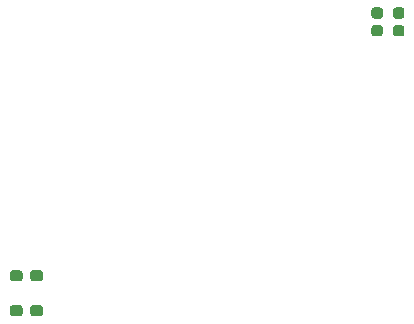
<source format=gbr>
%TF.GenerationSoftware,KiCad,Pcbnew,(5.1.12)-1*%
%TF.CreationDate,2023-08-18T20:52:49-06:00*%
%TF.ProjectId,X,582e6b69-6361-4645-9f70-636258585858,rev?*%
%TF.SameCoordinates,Original*%
%TF.FileFunction,Paste,Bot*%
%TF.FilePolarity,Positive*%
%FSLAX46Y46*%
G04 Gerber Fmt 4.6, Leading zero omitted, Abs format (unit mm)*
G04 Created by KiCad (PCBNEW (5.1.12)-1) date 2023-08-18 20:52:49*
%MOMM*%
%LPD*%
G01*
G04 APERTURE LIST*
G04 APERTURE END LIST*
%TO.C,C3*%
G36*
G01*
X122905400Y-121497100D02*
X122905400Y-121022100D01*
G75*
G02*
X123142900Y-120784600I237500J0D01*
G01*
X123742900Y-120784600D01*
G75*
G02*
X123980400Y-121022100I0J-237500D01*
G01*
X123980400Y-121497100D01*
G75*
G02*
X123742900Y-121734600I-237500J0D01*
G01*
X123142900Y-121734600D01*
G75*
G02*
X122905400Y-121497100I0J237500D01*
G01*
G37*
G36*
G01*
X121180400Y-121497100D02*
X121180400Y-121022100D01*
G75*
G02*
X121417900Y-120784600I237500J0D01*
G01*
X122017900Y-120784600D01*
G75*
G02*
X122255400Y-121022100I0J-237500D01*
G01*
X122255400Y-121497100D01*
G75*
G02*
X122017900Y-121734600I-237500J0D01*
G01*
X121417900Y-121734600D01*
G75*
G02*
X121180400Y-121497100I0J237500D01*
G01*
G37*
%TD*%
%TO.C,C4*%
G36*
G01*
X121180400Y-124443500D02*
X121180400Y-123968500D01*
G75*
G02*
X121417900Y-123731000I237500J0D01*
G01*
X122017900Y-123731000D01*
G75*
G02*
X122255400Y-123968500I0J-237500D01*
G01*
X122255400Y-124443500D01*
G75*
G02*
X122017900Y-124681000I-237500J0D01*
G01*
X121417900Y-124681000D01*
G75*
G02*
X121180400Y-124443500I0J237500D01*
G01*
G37*
G36*
G01*
X122905400Y-124443500D02*
X122905400Y-123968500D01*
G75*
G02*
X123142900Y-123731000I237500J0D01*
G01*
X123742900Y-123731000D01*
G75*
G02*
X123980400Y-123968500I0J-237500D01*
G01*
X123980400Y-124443500D01*
G75*
G02*
X123742900Y-124681000I-237500J0D01*
G01*
X123142900Y-124681000D01*
G75*
G02*
X122905400Y-124443500I0J237500D01*
G01*
G37*
%TD*%
%TO.C,R5*%
G36*
G01*
X153612400Y-99246700D02*
X153612400Y-98771700D01*
G75*
G02*
X153849900Y-98534200I237500J0D01*
G01*
X154349900Y-98534200D01*
G75*
G02*
X154587400Y-98771700I0J-237500D01*
G01*
X154587400Y-99246700D01*
G75*
G02*
X154349900Y-99484200I-237500J0D01*
G01*
X153849900Y-99484200D01*
G75*
G02*
X153612400Y-99246700I0J237500D01*
G01*
G37*
G36*
G01*
X151787400Y-99246700D02*
X151787400Y-98771700D01*
G75*
G02*
X152024900Y-98534200I237500J0D01*
G01*
X152524900Y-98534200D01*
G75*
G02*
X152762400Y-98771700I0J-237500D01*
G01*
X152762400Y-99246700D01*
G75*
G02*
X152524900Y-99484200I-237500J0D01*
G01*
X152024900Y-99484200D01*
G75*
G02*
X151787400Y-99246700I0J237500D01*
G01*
G37*
%TD*%
%TO.C,R6*%
G36*
G01*
X154587400Y-100270300D02*
X154587400Y-100745300D01*
G75*
G02*
X154349900Y-100982800I-237500J0D01*
G01*
X153849900Y-100982800D01*
G75*
G02*
X153612400Y-100745300I0J237500D01*
G01*
X153612400Y-100270300D01*
G75*
G02*
X153849900Y-100032800I237500J0D01*
G01*
X154349900Y-100032800D01*
G75*
G02*
X154587400Y-100270300I0J-237500D01*
G01*
G37*
G36*
G01*
X152762400Y-100270300D02*
X152762400Y-100745300D01*
G75*
G02*
X152524900Y-100982800I-237500J0D01*
G01*
X152024900Y-100982800D01*
G75*
G02*
X151787400Y-100745300I0J237500D01*
G01*
X151787400Y-100270300D01*
G75*
G02*
X152024900Y-100032800I237500J0D01*
G01*
X152524900Y-100032800D01*
G75*
G02*
X152762400Y-100270300I0J-237500D01*
G01*
G37*
%TD*%
M02*

</source>
